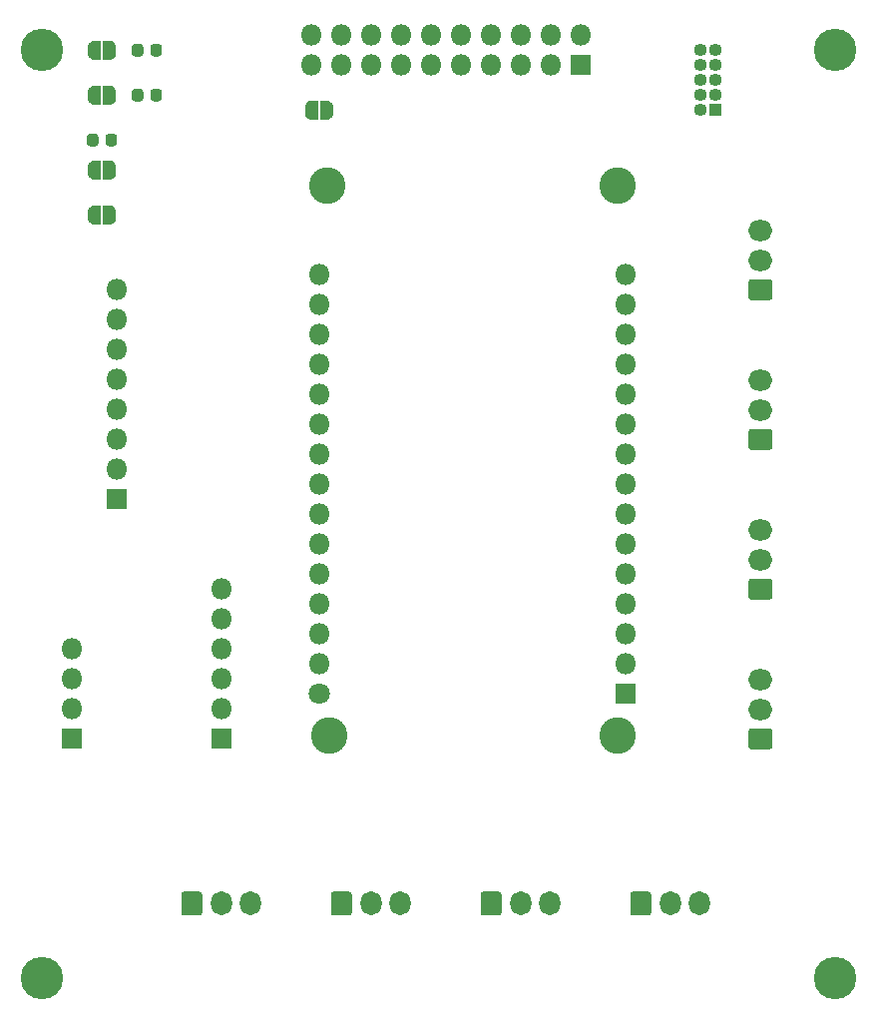
<source format=gbr>
%TF.GenerationSoftware,KiCad,Pcbnew,5.1.6*%
%TF.CreationDate,2020-08-26T17:45:01+02:00*%
%TF.ProjectId,PAF_controller,5041465f-636f-46e7-9472-6f6c6c65722e,rev?*%
%TF.SameCoordinates,Original*%
%TF.FileFunction,Soldermask,Top*%
%TF.FilePolarity,Negative*%
%FSLAX46Y46*%
G04 Gerber Fmt 4.6, Leading zero omitted, Abs format (unit mm)*
G04 Created by KiCad (PCBNEW 5.1.6) date 2020-08-26 17:45:01*
%MOMM*%
%LPD*%
G01*
G04 APERTURE LIST*
%ADD10C,3.100000*%
%ADD11O,1.800000X1.800000*%
%ADD12C,1.800000*%
%ADD13R,1.800000X1.800000*%
%ADD14C,3.600000*%
%ADD15O,2.050000X1.800000*%
%ADD16O,1.800000X2.050000*%
%ADD17C,0.150000*%
%ADD18O,1.100000X1.100000*%
%ADD19R,1.100000X1.100000*%
G04 APERTURE END LIST*
%TO.C,R3*%
G36*
G01*
X105710000Y-56161250D02*
X105710000Y-55598750D01*
G75*
G02*
X105953750Y-55355000I243750J0D01*
G01*
X106441250Y-55355000D01*
G75*
G02*
X106685000Y-55598750I0J-243750D01*
G01*
X106685000Y-56161250D01*
G75*
G02*
X106441250Y-56405000I-243750J0D01*
G01*
X105953750Y-56405000D01*
G75*
G02*
X105710000Y-56161250I0J243750D01*
G01*
G37*
G36*
G01*
X104135000Y-56161250D02*
X104135000Y-55598750D01*
G75*
G02*
X104378750Y-55355000I243750J0D01*
G01*
X104866250Y-55355000D01*
G75*
G02*
X105110000Y-55598750I0J-243750D01*
G01*
X105110000Y-56161250D01*
G75*
G02*
X104866250Y-56405000I-243750J0D01*
G01*
X104378750Y-56405000D01*
G75*
G02*
X104135000Y-56161250I0J243750D01*
G01*
G37*
%TD*%
%TO.C,R2*%
G36*
G01*
X105710000Y-59971250D02*
X105710000Y-59408750D01*
G75*
G02*
X105953750Y-59165000I243750J0D01*
G01*
X106441250Y-59165000D01*
G75*
G02*
X106685000Y-59408750I0J-243750D01*
G01*
X106685000Y-59971250D01*
G75*
G02*
X106441250Y-60215000I-243750J0D01*
G01*
X105953750Y-60215000D01*
G75*
G02*
X105710000Y-59971250I0J243750D01*
G01*
G37*
G36*
G01*
X104135000Y-59971250D02*
X104135000Y-59408750D01*
G75*
G02*
X104378750Y-59165000I243750J0D01*
G01*
X104866250Y-59165000D01*
G75*
G02*
X105110000Y-59408750I0J-243750D01*
G01*
X105110000Y-59971250D01*
G75*
G02*
X104866250Y-60215000I-243750J0D01*
G01*
X104378750Y-60215000D01*
G75*
G02*
X104135000Y-59971250I0J243750D01*
G01*
G37*
%TD*%
D10*
%TO.C,E1*%
X120750000Y-67390000D03*
X145350000Y-67390000D03*
X145350000Y-113990000D03*
X120850000Y-113990000D03*
D11*
X120050000Y-97790000D03*
X120050000Y-102870000D03*
X120050000Y-87630000D03*
X120050000Y-77470000D03*
X120050000Y-82550000D03*
X120050000Y-100330000D03*
X120050000Y-80010000D03*
X120050000Y-105410000D03*
D12*
X120050000Y-110490000D03*
D11*
X120050000Y-90170000D03*
X120050000Y-92710000D03*
X120050000Y-85090000D03*
X120050000Y-95250000D03*
X120050000Y-107950000D03*
X120050000Y-74930000D03*
D13*
X146050000Y-110490000D03*
D11*
X146050000Y-107950000D03*
X146050000Y-105410000D03*
X146050000Y-102870000D03*
X146050000Y-100330000D03*
X146050000Y-97790000D03*
X146050000Y-95250000D03*
X146050000Y-92710000D03*
X146050000Y-90170000D03*
X146050000Y-87630000D03*
X146050000Y-85090000D03*
X146050000Y-82550000D03*
X146050000Y-80010000D03*
X146050000Y-77470000D03*
X146050000Y-74930000D03*
%TD*%
D14*
%TO.C,REF\u002A\u002A*%
X96520000Y-55880000D03*
%TD*%
%TO.C,REF\u002A\u002A*%
X96520000Y-134620000D03*
%TD*%
%TO.C,REF\u002A\u002A*%
X163830000Y-134620000D03*
%TD*%
%TO.C,REF\u002A\u002A*%
X163830000Y-55880000D03*
%TD*%
D15*
%TO.C,J13*%
X157480000Y-83900000D03*
X157480000Y-86400000D03*
G36*
G01*
X158240294Y-89800000D02*
X156719706Y-89800000D01*
G75*
G02*
X156455000Y-89535294I0J264706D01*
G01*
X156455000Y-88264706D01*
G75*
G02*
X156719706Y-88000000I264706J0D01*
G01*
X158240294Y-88000000D01*
G75*
G02*
X158505000Y-88264706I0J-264706D01*
G01*
X158505000Y-89535294D01*
G75*
G02*
X158240294Y-89800000I-264706J0D01*
G01*
G37*
%TD*%
D16*
%TO.C,J12*%
X139620000Y-128270000D03*
X137120000Y-128270000D03*
G36*
G01*
X133720000Y-129030294D02*
X133720000Y-127509706D01*
G75*
G02*
X133984706Y-127245000I264706J0D01*
G01*
X135255294Y-127245000D01*
G75*
G02*
X135520000Y-127509706I0J-264706D01*
G01*
X135520000Y-129030294D01*
G75*
G02*
X135255294Y-129295000I-264706J0D01*
G01*
X133984706Y-129295000D01*
G75*
G02*
X133720000Y-129030294I0J264706D01*
G01*
G37*
%TD*%
D15*
%TO.C,J11*%
X157480000Y-71200000D03*
X157480000Y-73700000D03*
G36*
G01*
X158240294Y-77100000D02*
X156719706Y-77100000D01*
G75*
G02*
X156455000Y-76835294I0J264706D01*
G01*
X156455000Y-75564706D01*
G75*
G02*
X156719706Y-75300000I264706J0D01*
G01*
X158240294Y-75300000D01*
G75*
G02*
X158505000Y-75564706I0J-264706D01*
G01*
X158505000Y-76835294D01*
G75*
G02*
X158240294Y-77100000I-264706J0D01*
G01*
G37*
%TD*%
D16*
%TO.C,J10*%
X114220000Y-128270000D03*
X111720000Y-128270000D03*
G36*
G01*
X108320000Y-129030294D02*
X108320000Y-127509706D01*
G75*
G02*
X108584706Y-127245000I264706J0D01*
G01*
X109855294Y-127245000D01*
G75*
G02*
X110120000Y-127509706I0J-264706D01*
G01*
X110120000Y-129030294D01*
G75*
G02*
X109855294Y-129295000I-264706J0D01*
G01*
X108584706Y-129295000D01*
G75*
G02*
X108320000Y-129030294I0J264706D01*
G01*
G37*
%TD*%
%TO.C,J9*%
X126920000Y-128270000D03*
X124420000Y-128270000D03*
G36*
G01*
X121020000Y-129030294D02*
X121020000Y-127509706D01*
G75*
G02*
X121284706Y-127245000I264706J0D01*
G01*
X122555294Y-127245000D01*
G75*
G02*
X122820000Y-127509706I0J-264706D01*
G01*
X122820000Y-129030294D01*
G75*
G02*
X122555294Y-129295000I-264706J0D01*
G01*
X121284706Y-129295000D01*
G75*
G02*
X121020000Y-129030294I0J264706D01*
G01*
G37*
%TD*%
%TO.C,J8*%
X152320000Y-128270000D03*
X149820000Y-128270000D03*
G36*
G01*
X146420000Y-129030294D02*
X146420000Y-127509706D01*
G75*
G02*
X146684706Y-127245000I264706J0D01*
G01*
X147955294Y-127245000D01*
G75*
G02*
X148220000Y-127509706I0J-264706D01*
G01*
X148220000Y-129030294D01*
G75*
G02*
X147955294Y-129295000I-264706J0D01*
G01*
X146684706Y-129295000D01*
G75*
G02*
X146420000Y-129030294I0J264706D01*
G01*
G37*
%TD*%
D15*
%TO.C,J7*%
X157480000Y-96600000D03*
X157480000Y-99100000D03*
G36*
G01*
X158240294Y-102500000D02*
X156719706Y-102500000D01*
G75*
G02*
X156455000Y-102235294I0J264706D01*
G01*
X156455000Y-100964706D01*
G75*
G02*
X156719706Y-100700000I264706J0D01*
G01*
X158240294Y-100700000D01*
G75*
G02*
X158505000Y-100964706I0J-264706D01*
G01*
X158505000Y-102235294D01*
G75*
G02*
X158240294Y-102500000I-264706J0D01*
G01*
G37*
%TD*%
%TO.C,J6*%
X157480000Y-109300000D03*
X157480000Y-111800000D03*
G36*
G01*
X158240294Y-115200000D02*
X156719706Y-115200000D01*
G75*
G02*
X156455000Y-114935294I0J264706D01*
G01*
X156455000Y-113664706D01*
G75*
G02*
X156719706Y-113400000I264706J0D01*
G01*
X158240294Y-113400000D01*
G75*
G02*
X158505000Y-113664706I0J-264706D01*
G01*
X158505000Y-114935294D01*
G75*
G02*
X158240294Y-115200000I-264706J0D01*
G01*
G37*
%TD*%
%TO.C,R1*%
G36*
G01*
X101900000Y-63781250D02*
X101900000Y-63218750D01*
G75*
G02*
X102143750Y-62975000I243750J0D01*
G01*
X102631250Y-62975000D01*
G75*
G02*
X102875000Y-63218750I0J-243750D01*
G01*
X102875000Y-63781250D01*
G75*
G02*
X102631250Y-64025000I-243750J0D01*
G01*
X102143750Y-64025000D01*
G75*
G02*
X101900000Y-63781250I0J243750D01*
G01*
G37*
G36*
G01*
X100325000Y-63781250D02*
X100325000Y-63218750D01*
G75*
G02*
X100568750Y-62975000I243750J0D01*
G01*
X101056250Y-62975000D01*
G75*
G02*
X101300000Y-63218750I0J-243750D01*
G01*
X101300000Y-63781250D01*
G75*
G02*
X101056250Y-64025000I-243750J0D01*
G01*
X100568750Y-64025000D01*
G75*
G02*
X100325000Y-63781250I0J243750D01*
G01*
G37*
%TD*%
D17*
%TO.C,JP5*%
G36*
X102256111Y-65240602D02*
G01*
X102274534Y-65240602D01*
X102279435Y-65240843D01*
X102328266Y-65245653D01*
X102333119Y-65246373D01*
X102381244Y-65255945D01*
X102386005Y-65257137D01*
X102432960Y-65271381D01*
X102437579Y-65273034D01*
X102482912Y-65291811D01*
X102487349Y-65293909D01*
X102530622Y-65317040D01*
X102534829Y-65319562D01*
X102575628Y-65346822D01*
X102579570Y-65349746D01*
X102617499Y-65380874D01*
X102621134Y-65384169D01*
X102655831Y-65418866D01*
X102659126Y-65422501D01*
X102690254Y-65460430D01*
X102693178Y-65464372D01*
X102720438Y-65505171D01*
X102722960Y-65509378D01*
X102746091Y-65552651D01*
X102748189Y-65557088D01*
X102766966Y-65602421D01*
X102768619Y-65607040D01*
X102782863Y-65653995D01*
X102784055Y-65658756D01*
X102793627Y-65706881D01*
X102794347Y-65711734D01*
X102799157Y-65760565D01*
X102799398Y-65765466D01*
X102799398Y-65783889D01*
X102800000Y-65790000D01*
X102800000Y-66290000D01*
X102799398Y-66296111D01*
X102799398Y-66314534D01*
X102799157Y-66319435D01*
X102794347Y-66368266D01*
X102793627Y-66373119D01*
X102784055Y-66421244D01*
X102782863Y-66426005D01*
X102768619Y-66472960D01*
X102766966Y-66477579D01*
X102748189Y-66522912D01*
X102746091Y-66527349D01*
X102722960Y-66570622D01*
X102720438Y-66574829D01*
X102693178Y-66615628D01*
X102690254Y-66619570D01*
X102659126Y-66657499D01*
X102655831Y-66661134D01*
X102621134Y-66695831D01*
X102617499Y-66699126D01*
X102579570Y-66730254D01*
X102575628Y-66733178D01*
X102534829Y-66760438D01*
X102530622Y-66762960D01*
X102487349Y-66786091D01*
X102482912Y-66788189D01*
X102437579Y-66806966D01*
X102432960Y-66808619D01*
X102386005Y-66822863D01*
X102381244Y-66824055D01*
X102333119Y-66833627D01*
X102328266Y-66834347D01*
X102279435Y-66839157D01*
X102274534Y-66839398D01*
X102256111Y-66839398D01*
X102250000Y-66840000D01*
X101750000Y-66840000D01*
X101740245Y-66839039D01*
X101730866Y-66836194D01*
X101722221Y-66831573D01*
X101714645Y-66825355D01*
X101708427Y-66817779D01*
X101703806Y-66809134D01*
X101700961Y-66799755D01*
X101700000Y-66790000D01*
X101700000Y-65290000D01*
X101700961Y-65280245D01*
X101703806Y-65270866D01*
X101708427Y-65262221D01*
X101714645Y-65254645D01*
X101722221Y-65248427D01*
X101730866Y-65243806D01*
X101740245Y-65240961D01*
X101750000Y-65240000D01*
X102250000Y-65240000D01*
X102256111Y-65240602D01*
G37*
G36*
X101459755Y-65240961D02*
G01*
X101469134Y-65243806D01*
X101477779Y-65248427D01*
X101485355Y-65254645D01*
X101491573Y-65262221D01*
X101496194Y-65270866D01*
X101499039Y-65280245D01*
X101500000Y-65290000D01*
X101500000Y-66790000D01*
X101499039Y-66799755D01*
X101496194Y-66809134D01*
X101491573Y-66817779D01*
X101485355Y-66825355D01*
X101477779Y-66831573D01*
X101469134Y-66836194D01*
X101459755Y-66839039D01*
X101450000Y-66840000D01*
X100950000Y-66840000D01*
X100943889Y-66839398D01*
X100925466Y-66839398D01*
X100920565Y-66839157D01*
X100871734Y-66834347D01*
X100866881Y-66833627D01*
X100818756Y-66824055D01*
X100813995Y-66822863D01*
X100767040Y-66808619D01*
X100762421Y-66806966D01*
X100717088Y-66788189D01*
X100712651Y-66786091D01*
X100669378Y-66762960D01*
X100665171Y-66760438D01*
X100624372Y-66733178D01*
X100620430Y-66730254D01*
X100582501Y-66699126D01*
X100578866Y-66695831D01*
X100544169Y-66661134D01*
X100540874Y-66657499D01*
X100509746Y-66619570D01*
X100506822Y-66615628D01*
X100479562Y-66574829D01*
X100477040Y-66570622D01*
X100453909Y-66527349D01*
X100451811Y-66522912D01*
X100433034Y-66477579D01*
X100431381Y-66472960D01*
X100417137Y-66426005D01*
X100415945Y-66421244D01*
X100406373Y-66373119D01*
X100405653Y-66368266D01*
X100400843Y-66319435D01*
X100400602Y-66314534D01*
X100400602Y-66296111D01*
X100400000Y-66290000D01*
X100400000Y-65790000D01*
X100400602Y-65783889D01*
X100400602Y-65765466D01*
X100400843Y-65760565D01*
X100405653Y-65711734D01*
X100406373Y-65706881D01*
X100415945Y-65658756D01*
X100417137Y-65653995D01*
X100431381Y-65607040D01*
X100433034Y-65602421D01*
X100451811Y-65557088D01*
X100453909Y-65552651D01*
X100477040Y-65509378D01*
X100479562Y-65505171D01*
X100506822Y-65464372D01*
X100509746Y-65460430D01*
X100540874Y-65422501D01*
X100544169Y-65418866D01*
X100578866Y-65384169D01*
X100582501Y-65380874D01*
X100620430Y-65349746D01*
X100624372Y-65346822D01*
X100665171Y-65319562D01*
X100669378Y-65317040D01*
X100712651Y-65293909D01*
X100717088Y-65291811D01*
X100762421Y-65273034D01*
X100767040Y-65271381D01*
X100813995Y-65257137D01*
X100818756Y-65255945D01*
X100866881Y-65246373D01*
X100871734Y-65245653D01*
X100920565Y-65240843D01*
X100925466Y-65240602D01*
X100943889Y-65240602D01*
X100950000Y-65240000D01*
X101450000Y-65240000D01*
X101459755Y-65240961D01*
G37*
%TD*%
%TO.C,JP4*%
G36*
X101740245Y-70649039D02*
G01*
X101730866Y-70646194D01*
X101722221Y-70641573D01*
X101714645Y-70635355D01*
X101708427Y-70627779D01*
X101703806Y-70619134D01*
X101700961Y-70609755D01*
X101700000Y-70600000D01*
X101700000Y-69100000D01*
X101700961Y-69090245D01*
X101703806Y-69080866D01*
X101708427Y-69072221D01*
X101714645Y-69064645D01*
X101722221Y-69058427D01*
X101730866Y-69053806D01*
X101740245Y-69050961D01*
X101750000Y-69050000D01*
X102250000Y-69050000D01*
X102256111Y-69050602D01*
X102274534Y-69050602D01*
X102279435Y-69050843D01*
X102328266Y-69055653D01*
X102333119Y-69056373D01*
X102381244Y-69065945D01*
X102386005Y-69067137D01*
X102432960Y-69081381D01*
X102437579Y-69083034D01*
X102482912Y-69101811D01*
X102487349Y-69103909D01*
X102530622Y-69127040D01*
X102534829Y-69129562D01*
X102575628Y-69156822D01*
X102579570Y-69159746D01*
X102617499Y-69190874D01*
X102621134Y-69194169D01*
X102655831Y-69228866D01*
X102659126Y-69232501D01*
X102690254Y-69270430D01*
X102693178Y-69274372D01*
X102720438Y-69315171D01*
X102722960Y-69319378D01*
X102746091Y-69362651D01*
X102748189Y-69367088D01*
X102766966Y-69412421D01*
X102768619Y-69417040D01*
X102782863Y-69463995D01*
X102784055Y-69468756D01*
X102793627Y-69516881D01*
X102794347Y-69521734D01*
X102799157Y-69570565D01*
X102799398Y-69575466D01*
X102799398Y-69593889D01*
X102800000Y-69600000D01*
X102800000Y-70100000D01*
X102799398Y-70106111D01*
X102799398Y-70124534D01*
X102799157Y-70129435D01*
X102794347Y-70178266D01*
X102793627Y-70183119D01*
X102784055Y-70231244D01*
X102782863Y-70236005D01*
X102768619Y-70282960D01*
X102766966Y-70287579D01*
X102748189Y-70332912D01*
X102746091Y-70337349D01*
X102722960Y-70380622D01*
X102720438Y-70384829D01*
X102693178Y-70425628D01*
X102690254Y-70429570D01*
X102659126Y-70467499D01*
X102655831Y-70471134D01*
X102621134Y-70505831D01*
X102617499Y-70509126D01*
X102579570Y-70540254D01*
X102575628Y-70543178D01*
X102534829Y-70570438D01*
X102530622Y-70572960D01*
X102487349Y-70596091D01*
X102482912Y-70598189D01*
X102437579Y-70616966D01*
X102432960Y-70618619D01*
X102386005Y-70632863D01*
X102381244Y-70634055D01*
X102333119Y-70643627D01*
X102328266Y-70644347D01*
X102279435Y-70649157D01*
X102274534Y-70649398D01*
X102256111Y-70649398D01*
X102250000Y-70650000D01*
X101750000Y-70650000D01*
X101740245Y-70649039D01*
G37*
G36*
X100943889Y-70649398D02*
G01*
X100925466Y-70649398D01*
X100920565Y-70649157D01*
X100871734Y-70644347D01*
X100866881Y-70643627D01*
X100818756Y-70634055D01*
X100813995Y-70632863D01*
X100767040Y-70618619D01*
X100762421Y-70616966D01*
X100717088Y-70598189D01*
X100712651Y-70596091D01*
X100669378Y-70572960D01*
X100665171Y-70570438D01*
X100624372Y-70543178D01*
X100620430Y-70540254D01*
X100582501Y-70509126D01*
X100578866Y-70505831D01*
X100544169Y-70471134D01*
X100540874Y-70467499D01*
X100509746Y-70429570D01*
X100506822Y-70425628D01*
X100479562Y-70384829D01*
X100477040Y-70380622D01*
X100453909Y-70337349D01*
X100451811Y-70332912D01*
X100433034Y-70287579D01*
X100431381Y-70282960D01*
X100417137Y-70236005D01*
X100415945Y-70231244D01*
X100406373Y-70183119D01*
X100405653Y-70178266D01*
X100400843Y-70129435D01*
X100400602Y-70124534D01*
X100400602Y-70106111D01*
X100400000Y-70100000D01*
X100400000Y-69600000D01*
X100400602Y-69593889D01*
X100400602Y-69575466D01*
X100400843Y-69570565D01*
X100405653Y-69521734D01*
X100406373Y-69516881D01*
X100415945Y-69468756D01*
X100417137Y-69463995D01*
X100431381Y-69417040D01*
X100433034Y-69412421D01*
X100451811Y-69367088D01*
X100453909Y-69362651D01*
X100477040Y-69319378D01*
X100479562Y-69315171D01*
X100506822Y-69274372D01*
X100509746Y-69270430D01*
X100540874Y-69232501D01*
X100544169Y-69228866D01*
X100578866Y-69194169D01*
X100582501Y-69190874D01*
X100620430Y-69159746D01*
X100624372Y-69156822D01*
X100665171Y-69129562D01*
X100669378Y-69127040D01*
X100712651Y-69103909D01*
X100717088Y-69101811D01*
X100762421Y-69083034D01*
X100767040Y-69081381D01*
X100813995Y-69067137D01*
X100818756Y-69065945D01*
X100866881Y-69056373D01*
X100871734Y-69055653D01*
X100920565Y-69050843D01*
X100925466Y-69050602D01*
X100943889Y-69050602D01*
X100950000Y-69050000D01*
X101450000Y-69050000D01*
X101459755Y-69050961D01*
X101469134Y-69053806D01*
X101477779Y-69058427D01*
X101485355Y-69064645D01*
X101491573Y-69072221D01*
X101496194Y-69080866D01*
X101499039Y-69090245D01*
X101500000Y-69100000D01*
X101500000Y-70600000D01*
X101499039Y-70609755D01*
X101496194Y-70619134D01*
X101491573Y-70627779D01*
X101485355Y-70635355D01*
X101477779Y-70641573D01*
X101469134Y-70646194D01*
X101459755Y-70649039D01*
X101450000Y-70650000D01*
X100950000Y-70650000D01*
X100943889Y-70649398D01*
G37*
%TD*%
%TO.C,JP3*%
G36*
X120170245Y-61759039D02*
G01*
X120160866Y-61756194D01*
X120152221Y-61751573D01*
X120144645Y-61745355D01*
X120138427Y-61737779D01*
X120133806Y-61729134D01*
X120130961Y-61719755D01*
X120130000Y-61710000D01*
X120130000Y-60210000D01*
X120130961Y-60200245D01*
X120133806Y-60190866D01*
X120138427Y-60182221D01*
X120144645Y-60174645D01*
X120152221Y-60168427D01*
X120160866Y-60163806D01*
X120170245Y-60160961D01*
X120180000Y-60160000D01*
X120680000Y-60160000D01*
X120686111Y-60160602D01*
X120704534Y-60160602D01*
X120709435Y-60160843D01*
X120758266Y-60165653D01*
X120763119Y-60166373D01*
X120811244Y-60175945D01*
X120816005Y-60177137D01*
X120862960Y-60191381D01*
X120867579Y-60193034D01*
X120912912Y-60211811D01*
X120917349Y-60213909D01*
X120960622Y-60237040D01*
X120964829Y-60239562D01*
X121005628Y-60266822D01*
X121009570Y-60269746D01*
X121047499Y-60300874D01*
X121051134Y-60304169D01*
X121085831Y-60338866D01*
X121089126Y-60342501D01*
X121120254Y-60380430D01*
X121123178Y-60384372D01*
X121150438Y-60425171D01*
X121152960Y-60429378D01*
X121176091Y-60472651D01*
X121178189Y-60477088D01*
X121196966Y-60522421D01*
X121198619Y-60527040D01*
X121212863Y-60573995D01*
X121214055Y-60578756D01*
X121223627Y-60626881D01*
X121224347Y-60631734D01*
X121229157Y-60680565D01*
X121229398Y-60685466D01*
X121229398Y-60703889D01*
X121230000Y-60710000D01*
X121230000Y-61210000D01*
X121229398Y-61216111D01*
X121229398Y-61234534D01*
X121229157Y-61239435D01*
X121224347Y-61288266D01*
X121223627Y-61293119D01*
X121214055Y-61341244D01*
X121212863Y-61346005D01*
X121198619Y-61392960D01*
X121196966Y-61397579D01*
X121178189Y-61442912D01*
X121176091Y-61447349D01*
X121152960Y-61490622D01*
X121150438Y-61494829D01*
X121123178Y-61535628D01*
X121120254Y-61539570D01*
X121089126Y-61577499D01*
X121085831Y-61581134D01*
X121051134Y-61615831D01*
X121047499Y-61619126D01*
X121009570Y-61650254D01*
X121005628Y-61653178D01*
X120964829Y-61680438D01*
X120960622Y-61682960D01*
X120917349Y-61706091D01*
X120912912Y-61708189D01*
X120867579Y-61726966D01*
X120862960Y-61728619D01*
X120816005Y-61742863D01*
X120811244Y-61744055D01*
X120763119Y-61753627D01*
X120758266Y-61754347D01*
X120709435Y-61759157D01*
X120704534Y-61759398D01*
X120686111Y-61759398D01*
X120680000Y-61760000D01*
X120180000Y-61760000D01*
X120170245Y-61759039D01*
G37*
G36*
X119373889Y-61759398D02*
G01*
X119355466Y-61759398D01*
X119350565Y-61759157D01*
X119301734Y-61754347D01*
X119296881Y-61753627D01*
X119248756Y-61744055D01*
X119243995Y-61742863D01*
X119197040Y-61728619D01*
X119192421Y-61726966D01*
X119147088Y-61708189D01*
X119142651Y-61706091D01*
X119099378Y-61682960D01*
X119095171Y-61680438D01*
X119054372Y-61653178D01*
X119050430Y-61650254D01*
X119012501Y-61619126D01*
X119008866Y-61615831D01*
X118974169Y-61581134D01*
X118970874Y-61577499D01*
X118939746Y-61539570D01*
X118936822Y-61535628D01*
X118909562Y-61494829D01*
X118907040Y-61490622D01*
X118883909Y-61447349D01*
X118881811Y-61442912D01*
X118863034Y-61397579D01*
X118861381Y-61392960D01*
X118847137Y-61346005D01*
X118845945Y-61341244D01*
X118836373Y-61293119D01*
X118835653Y-61288266D01*
X118830843Y-61239435D01*
X118830602Y-61234534D01*
X118830602Y-61216111D01*
X118830000Y-61210000D01*
X118830000Y-60710000D01*
X118830602Y-60703889D01*
X118830602Y-60685466D01*
X118830843Y-60680565D01*
X118835653Y-60631734D01*
X118836373Y-60626881D01*
X118845945Y-60578756D01*
X118847137Y-60573995D01*
X118861381Y-60527040D01*
X118863034Y-60522421D01*
X118881811Y-60477088D01*
X118883909Y-60472651D01*
X118907040Y-60429378D01*
X118909562Y-60425171D01*
X118936822Y-60384372D01*
X118939746Y-60380430D01*
X118970874Y-60342501D01*
X118974169Y-60338866D01*
X119008866Y-60304169D01*
X119012501Y-60300874D01*
X119050430Y-60269746D01*
X119054372Y-60266822D01*
X119095171Y-60239562D01*
X119099378Y-60237040D01*
X119142651Y-60213909D01*
X119147088Y-60211811D01*
X119192421Y-60193034D01*
X119197040Y-60191381D01*
X119243995Y-60177137D01*
X119248756Y-60175945D01*
X119296881Y-60166373D01*
X119301734Y-60165653D01*
X119350565Y-60160843D01*
X119355466Y-60160602D01*
X119373889Y-60160602D01*
X119380000Y-60160000D01*
X119880000Y-60160000D01*
X119889755Y-60160961D01*
X119899134Y-60163806D01*
X119907779Y-60168427D01*
X119915355Y-60174645D01*
X119921573Y-60182221D01*
X119926194Y-60190866D01*
X119929039Y-60200245D01*
X119930000Y-60210000D01*
X119930000Y-61710000D01*
X119929039Y-61719755D01*
X119926194Y-61729134D01*
X119921573Y-61737779D01*
X119915355Y-61745355D01*
X119907779Y-61751573D01*
X119899134Y-61756194D01*
X119889755Y-61759039D01*
X119880000Y-61760000D01*
X119380000Y-61760000D01*
X119373889Y-61759398D01*
G37*
%TD*%
%TO.C,JP2*%
G36*
X100943889Y-56679398D02*
G01*
X100925466Y-56679398D01*
X100920565Y-56679157D01*
X100871734Y-56674347D01*
X100866881Y-56673627D01*
X100818756Y-56664055D01*
X100813995Y-56662863D01*
X100767040Y-56648619D01*
X100762421Y-56646966D01*
X100717088Y-56628189D01*
X100712651Y-56626091D01*
X100669378Y-56602960D01*
X100665171Y-56600438D01*
X100624372Y-56573178D01*
X100620430Y-56570254D01*
X100582501Y-56539126D01*
X100578866Y-56535831D01*
X100544169Y-56501134D01*
X100540874Y-56497499D01*
X100509746Y-56459570D01*
X100506822Y-56455628D01*
X100479562Y-56414829D01*
X100477040Y-56410622D01*
X100453909Y-56367349D01*
X100451811Y-56362912D01*
X100433034Y-56317579D01*
X100431381Y-56312960D01*
X100417137Y-56266005D01*
X100415945Y-56261244D01*
X100406373Y-56213119D01*
X100405653Y-56208266D01*
X100400843Y-56159435D01*
X100400602Y-56154534D01*
X100400602Y-56136111D01*
X100400000Y-56130000D01*
X100400000Y-55630000D01*
X100400602Y-55623889D01*
X100400602Y-55605466D01*
X100400843Y-55600565D01*
X100405653Y-55551734D01*
X100406373Y-55546881D01*
X100415945Y-55498756D01*
X100417137Y-55493995D01*
X100431381Y-55447040D01*
X100433034Y-55442421D01*
X100451811Y-55397088D01*
X100453909Y-55392651D01*
X100477040Y-55349378D01*
X100479562Y-55345171D01*
X100506822Y-55304372D01*
X100509746Y-55300430D01*
X100540874Y-55262501D01*
X100544169Y-55258866D01*
X100578866Y-55224169D01*
X100582501Y-55220874D01*
X100620430Y-55189746D01*
X100624372Y-55186822D01*
X100665171Y-55159562D01*
X100669378Y-55157040D01*
X100712651Y-55133909D01*
X100717088Y-55131811D01*
X100762421Y-55113034D01*
X100767040Y-55111381D01*
X100813995Y-55097137D01*
X100818756Y-55095945D01*
X100866881Y-55086373D01*
X100871734Y-55085653D01*
X100920565Y-55080843D01*
X100925466Y-55080602D01*
X100943889Y-55080602D01*
X100950000Y-55080000D01*
X101450000Y-55080000D01*
X101459755Y-55080961D01*
X101469134Y-55083806D01*
X101477779Y-55088427D01*
X101485355Y-55094645D01*
X101491573Y-55102221D01*
X101496194Y-55110866D01*
X101499039Y-55120245D01*
X101500000Y-55130000D01*
X101500000Y-56630000D01*
X101499039Y-56639755D01*
X101496194Y-56649134D01*
X101491573Y-56657779D01*
X101485355Y-56665355D01*
X101477779Y-56671573D01*
X101469134Y-56676194D01*
X101459755Y-56679039D01*
X101450000Y-56680000D01*
X100950000Y-56680000D01*
X100943889Y-56679398D01*
G37*
G36*
X101740245Y-56679039D02*
G01*
X101730866Y-56676194D01*
X101722221Y-56671573D01*
X101714645Y-56665355D01*
X101708427Y-56657779D01*
X101703806Y-56649134D01*
X101700961Y-56639755D01*
X101700000Y-56630000D01*
X101700000Y-55130000D01*
X101700961Y-55120245D01*
X101703806Y-55110866D01*
X101708427Y-55102221D01*
X101714645Y-55094645D01*
X101722221Y-55088427D01*
X101730866Y-55083806D01*
X101740245Y-55080961D01*
X101750000Y-55080000D01*
X102250000Y-55080000D01*
X102256111Y-55080602D01*
X102274534Y-55080602D01*
X102279435Y-55080843D01*
X102328266Y-55085653D01*
X102333119Y-55086373D01*
X102381244Y-55095945D01*
X102386005Y-55097137D01*
X102432960Y-55111381D01*
X102437579Y-55113034D01*
X102482912Y-55131811D01*
X102487349Y-55133909D01*
X102530622Y-55157040D01*
X102534829Y-55159562D01*
X102575628Y-55186822D01*
X102579570Y-55189746D01*
X102617499Y-55220874D01*
X102621134Y-55224169D01*
X102655831Y-55258866D01*
X102659126Y-55262501D01*
X102690254Y-55300430D01*
X102693178Y-55304372D01*
X102720438Y-55345171D01*
X102722960Y-55349378D01*
X102746091Y-55392651D01*
X102748189Y-55397088D01*
X102766966Y-55442421D01*
X102768619Y-55447040D01*
X102782863Y-55493995D01*
X102784055Y-55498756D01*
X102793627Y-55546881D01*
X102794347Y-55551734D01*
X102799157Y-55600565D01*
X102799398Y-55605466D01*
X102799398Y-55623889D01*
X102800000Y-55630000D01*
X102800000Y-56130000D01*
X102799398Y-56136111D01*
X102799398Y-56154534D01*
X102799157Y-56159435D01*
X102794347Y-56208266D01*
X102793627Y-56213119D01*
X102784055Y-56261244D01*
X102782863Y-56266005D01*
X102768619Y-56312960D01*
X102766966Y-56317579D01*
X102748189Y-56362912D01*
X102746091Y-56367349D01*
X102722960Y-56410622D01*
X102720438Y-56414829D01*
X102693178Y-56455628D01*
X102690254Y-56459570D01*
X102659126Y-56497499D01*
X102655831Y-56501134D01*
X102621134Y-56535831D01*
X102617499Y-56539126D01*
X102579570Y-56570254D01*
X102575628Y-56573178D01*
X102534829Y-56600438D01*
X102530622Y-56602960D01*
X102487349Y-56626091D01*
X102482912Y-56628189D01*
X102437579Y-56646966D01*
X102432960Y-56648619D01*
X102386005Y-56662863D01*
X102381244Y-56664055D01*
X102333119Y-56673627D01*
X102328266Y-56674347D01*
X102279435Y-56679157D01*
X102274534Y-56679398D01*
X102256111Y-56679398D01*
X102250000Y-56680000D01*
X101750000Y-56680000D01*
X101740245Y-56679039D01*
G37*
%TD*%
%TO.C,JP1*%
G36*
X100943889Y-60489398D02*
G01*
X100925466Y-60489398D01*
X100920565Y-60489157D01*
X100871734Y-60484347D01*
X100866881Y-60483627D01*
X100818756Y-60474055D01*
X100813995Y-60472863D01*
X100767040Y-60458619D01*
X100762421Y-60456966D01*
X100717088Y-60438189D01*
X100712651Y-60436091D01*
X100669378Y-60412960D01*
X100665171Y-60410438D01*
X100624372Y-60383178D01*
X100620430Y-60380254D01*
X100582501Y-60349126D01*
X100578866Y-60345831D01*
X100544169Y-60311134D01*
X100540874Y-60307499D01*
X100509746Y-60269570D01*
X100506822Y-60265628D01*
X100479562Y-60224829D01*
X100477040Y-60220622D01*
X100453909Y-60177349D01*
X100451811Y-60172912D01*
X100433034Y-60127579D01*
X100431381Y-60122960D01*
X100417137Y-60076005D01*
X100415945Y-60071244D01*
X100406373Y-60023119D01*
X100405653Y-60018266D01*
X100400843Y-59969435D01*
X100400602Y-59964534D01*
X100400602Y-59946111D01*
X100400000Y-59940000D01*
X100400000Y-59440000D01*
X100400602Y-59433889D01*
X100400602Y-59415466D01*
X100400843Y-59410565D01*
X100405653Y-59361734D01*
X100406373Y-59356881D01*
X100415945Y-59308756D01*
X100417137Y-59303995D01*
X100431381Y-59257040D01*
X100433034Y-59252421D01*
X100451811Y-59207088D01*
X100453909Y-59202651D01*
X100477040Y-59159378D01*
X100479562Y-59155171D01*
X100506822Y-59114372D01*
X100509746Y-59110430D01*
X100540874Y-59072501D01*
X100544169Y-59068866D01*
X100578866Y-59034169D01*
X100582501Y-59030874D01*
X100620430Y-58999746D01*
X100624372Y-58996822D01*
X100665171Y-58969562D01*
X100669378Y-58967040D01*
X100712651Y-58943909D01*
X100717088Y-58941811D01*
X100762421Y-58923034D01*
X100767040Y-58921381D01*
X100813995Y-58907137D01*
X100818756Y-58905945D01*
X100866881Y-58896373D01*
X100871734Y-58895653D01*
X100920565Y-58890843D01*
X100925466Y-58890602D01*
X100943889Y-58890602D01*
X100950000Y-58890000D01*
X101450000Y-58890000D01*
X101459755Y-58890961D01*
X101469134Y-58893806D01*
X101477779Y-58898427D01*
X101485355Y-58904645D01*
X101491573Y-58912221D01*
X101496194Y-58920866D01*
X101499039Y-58930245D01*
X101500000Y-58940000D01*
X101500000Y-60440000D01*
X101499039Y-60449755D01*
X101496194Y-60459134D01*
X101491573Y-60467779D01*
X101485355Y-60475355D01*
X101477779Y-60481573D01*
X101469134Y-60486194D01*
X101459755Y-60489039D01*
X101450000Y-60490000D01*
X100950000Y-60490000D01*
X100943889Y-60489398D01*
G37*
G36*
X101740245Y-60489039D02*
G01*
X101730866Y-60486194D01*
X101722221Y-60481573D01*
X101714645Y-60475355D01*
X101708427Y-60467779D01*
X101703806Y-60459134D01*
X101700961Y-60449755D01*
X101700000Y-60440000D01*
X101700000Y-58940000D01*
X101700961Y-58930245D01*
X101703806Y-58920866D01*
X101708427Y-58912221D01*
X101714645Y-58904645D01*
X101722221Y-58898427D01*
X101730866Y-58893806D01*
X101740245Y-58890961D01*
X101750000Y-58890000D01*
X102250000Y-58890000D01*
X102256111Y-58890602D01*
X102274534Y-58890602D01*
X102279435Y-58890843D01*
X102328266Y-58895653D01*
X102333119Y-58896373D01*
X102381244Y-58905945D01*
X102386005Y-58907137D01*
X102432960Y-58921381D01*
X102437579Y-58923034D01*
X102482912Y-58941811D01*
X102487349Y-58943909D01*
X102530622Y-58967040D01*
X102534829Y-58969562D01*
X102575628Y-58996822D01*
X102579570Y-58999746D01*
X102617499Y-59030874D01*
X102621134Y-59034169D01*
X102655831Y-59068866D01*
X102659126Y-59072501D01*
X102690254Y-59110430D01*
X102693178Y-59114372D01*
X102720438Y-59155171D01*
X102722960Y-59159378D01*
X102746091Y-59202651D01*
X102748189Y-59207088D01*
X102766966Y-59252421D01*
X102768619Y-59257040D01*
X102782863Y-59303995D01*
X102784055Y-59308756D01*
X102793627Y-59356881D01*
X102794347Y-59361734D01*
X102799157Y-59410565D01*
X102799398Y-59415466D01*
X102799398Y-59433889D01*
X102800000Y-59440000D01*
X102800000Y-59940000D01*
X102799398Y-59946111D01*
X102799398Y-59964534D01*
X102799157Y-59969435D01*
X102794347Y-60018266D01*
X102793627Y-60023119D01*
X102784055Y-60071244D01*
X102782863Y-60076005D01*
X102768619Y-60122960D01*
X102766966Y-60127579D01*
X102748189Y-60172912D01*
X102746091Y-60177349D01*
X102722960Y-60220622D01*
X102720438Y-60224829D01*
X102693178Y-60265628D01*
X102690254Y-60269570D01*
X102659126Y-60307499D01*
X102655831Y-60311134D01*
X102621134Y-60345831D01*
X102617499Y-60349126D01*
X102579570Y-60380254D01*
X102575628Y-60383178D01*
X102534829Y-60410438D01*
X102530622Y-60412960D01*
X102487349Y-60436091D01*
X102482912Y-60438189D01*
X102437579Y-60456966D01*
X102432960Y-60458619D01*
X102386005Y-60472863D01*
X102381244Y-60474055D01*
X102333119Y-60483627D01*
X102328266Y-60484347D01*
X102279435Y-60489157D01*
X102274534Y-60489398D01*
X102256111Y-60489398D01*
X102250000Y-60490000D01*
X101750000Y-60490000D01*
X101740245Y-60489039D01*
G37*
%TD*%
D11*
%TO.C,J5*%
X102870000Y-76200000D03*
X102870000Y-78740000D03*
X102870000Y-81280000D03*
X102870000Y-83820000D03*
X102870000Y-86360000D03*
X102870000Y-88900000D03*
X102870000Y-91440000D03*
D13*
X102870000Y-93980000D03*
%TD*%
D11*
%TO.C,J4*%
X99060000Y-106680000D03*
X99060000Y-109220000D03*
X99060000Y-111760000D03*
D13*
X99060000Y-114300000D03*
%TD*%
D11*
%TO.C,J3*%
X111760000Y-101600000D03*
X111760000Y-104140000D03*
X111760000Y-106680000D03*
X111760000Y-109220000D03*
X111760000Y-111760000D03*
D13*
X111760000Y-114300000D03*
%TD*%
D11*
%TO.C,J2*%
X119380000Y-54610000D03*
X119380000Y-57150000D03*
X121920000Y-54610000D03*
X121920000Y-57150000D03*
X124460000Y-54610000D03*
X124460000Y-57150000D03*
X127000000Y-54610000D03*
X127000000Y-57150000D03*
X129540000Y-54610000D03*
X129540000Y-57150000D03*
X132080000Y-54610000D03*
X132080000Y-57150000D03*
X134620000Y-54610000D03*
X134620000Y-57150000D03*
X137160000Y-54610000D03*
X137160000Y-57150000D03*
X139700000Y-54610000D03*
X139700000Y-57150000D03*
X142240000Y-54610000D03*
D13*
X142240000Y-57150000D03*
%TD*%
D18*
%TO.C,J1*%
X152400000Y-55880000D03*
X153670000Y-55880000D03*
X152400000Y-57150000D03*
X153670000Y-57150000D03*
X152400000Y-58420000D03*
X153670000Y-58420000D03*
X152400000Y-59690000D03*
X153670000Y-59690000D03*
X152400000Y-60960000D03*
D19*
X153670000Y-60960000D03*
%TD*%
M02*

</source>
